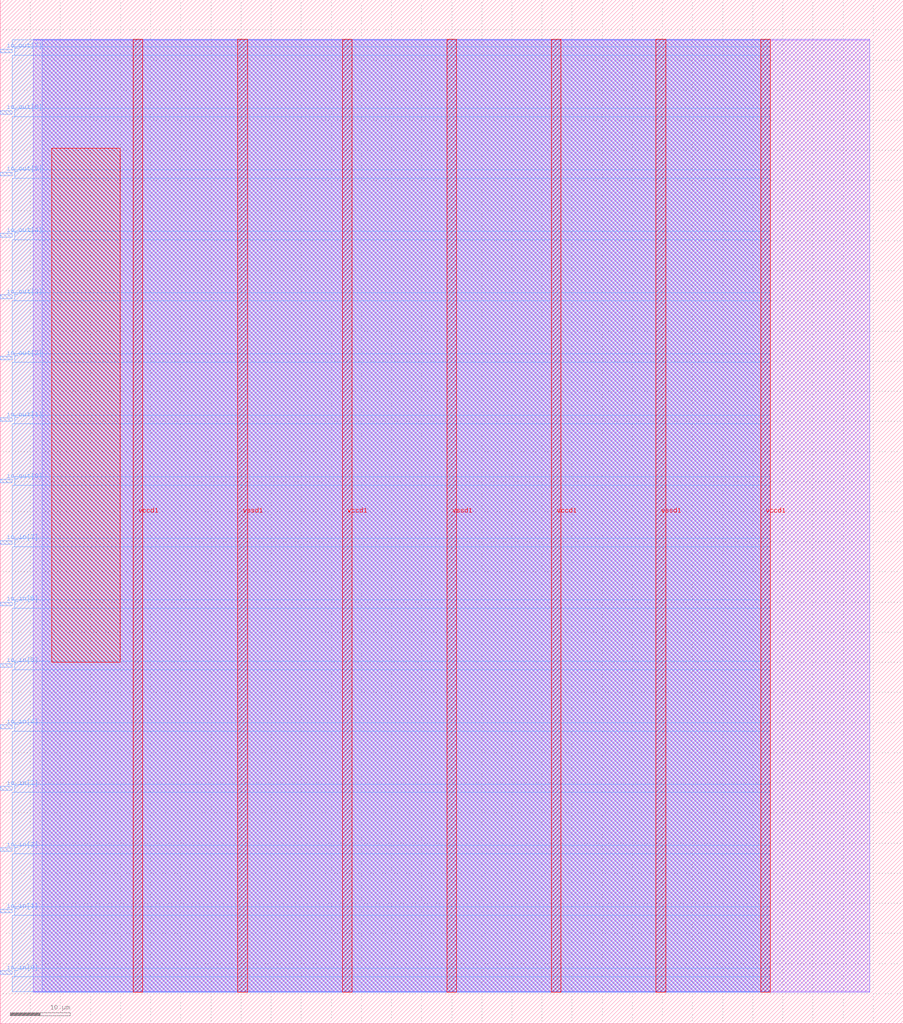
<source format=lef>
VERSION 5.7 ;
  NOWIREEXTENSIONATPIN ON ;
  DIVIDERCHAR "/" ;
  BUSBITCHARS "[]" ;
MACRO user_module_341164910646919762
  CLASS BLOCK ;
  FOREIGN user_module_341164910646919762 ;
  ORIGIN 0.000 0.000 ;
  SIZE 150.000 BY 170.000 ;
  PIN io_in[0]
    DIRECTION INPUT ;
    USE SIGNAL ;
    PORT
      LAYER met3 ;
        RECT 0.000 8.200 2.000 8.800 ;
    END
  END io_in[0]
  PIN io_in[1]
    DIRECTION INPUT ;
    USE SIGNAL ;
    PORT
      LAYER met3 ;
        RECT 0.000 18.400 2.000 19.000 ;
    END
  END io_in[1]
  PIN io_in[2]
    DIRECTION INPUT ;
    USE SIGNAL ;
    PORT
      LAYER met3 ;
        RECT 0.000 28.600 2.000 29.200 ;
    END
  END io_in[2]
  PIN io_in[3]
    DIRECTION INPUT ;
    USE SIGNAL ;
    PORT
      LAYER met3 ;
        RECT 0.000 38.800 2.000 39.400 ;
    END
  END io_in[3]
  PIN io_in[4]
    DIRECTION INPUT ;
    USE SIGNAL ;
    PORT
      LAYER met3 ;
        RECT 0.000 49.000 2.000 49.600 ;
    END
  END io_in[4]
  PIN io_in[5]
    DIRECTION INPUT ;
    USE SIGNAL ;
    PORT
      LAYER met3 ;
        RECT 0.000 59.200 2.000 59.800 ;
    END
  END io_in[5]
  PIN io_in[6]
    DIRECTION INPUT ;
    USE SIGNAL ;
    PORT
      LAYER met3 ;
        RECT 0.000 69.400 2.000 70.000 ;
    END
  END io_in[6]
  PIN io_in[7]
    DIRECTION INPUT ;
    USE SIGNAL ;
    PORT
      LAYER met3 ;
        RECT 0.000 79.600 2.000 80.200 ;
    END
  END io_in[7]
  PIN io_out[0]
    DIRECTION OUTPUT TRISTATE ;
    USE SIGNAL ;
    PORT
      LAYER met3 ;
        RECT 0.000 89.800 2.000 90.400 ;
    END
  END io_out[0]
  PIN io_out[1]
    DIRECTION OUTPUT TRISTATE ;
    USE SIGNAL ;
    PORT
      LAYER met3 ;
        RECT 0.000 100.000 2.000 100.600 ;
    END
  END io_out[1]
  PIN io_out[2]
    DIRECTION OUTPUT TRISTATE ;
    USE SIGNAL ;
    PORT
      LAYER met3 ;
        RECT 0.000 110.200 2.000 110.800 ;
    END
  END io_out[2]
  PIN io_out[3]
    DIRECTION OUTPUT TRISTATE ;
    USE SIGNAL ;
    PORT
      LAYER met3 ;
        RECT 0.000 120.400 2.000 121.000 ;
    END
  END io_out[3]
  PIN io_out[4]
    DIRECTION OUTPUT TRISTATE ;
    USE SIGNAL ;
    PORT
      LAYER met3 ;
        RECT 0.000 130.600 2.000 131.200 ;
    END
  END io_out[4]
  PIN io_out[5]
    DIRECTION OUTPUT TRISTATE ;
    USE SIGNAL ;
    PORT
      LAYER met3 ;
        RECT 0.000 140.800 2.000 141.400 ;
    END
  END io_out[5]
  PIN io_out[6]
    DIRECTION OUTPUT TRISTATE ;
    USE SIGNAL ;
    PORT
      LAYER met3 ;
        RECT 0.000 151.000 2.000 151.600 ;
    END
  END io_out[6]
  PIN io_out[7]
    DIRECTION OUTPUT TRISTATE ;
    USE SIGNAL ;
    PORT
      LAYER met3 ;
        RECT 0.000 161.200 2.000 161.800 ;
    END
  END io_out[7]
  PIN vccd1
    DIRECTION INOUT ;
    USE POWER ;
    PORT
      LAYER met4 ;
        RECT 22.090 5.200 23.690 163.440 ;
    END
    PORT
      LAYER met4 ;
        RECT 56.830 5.200 58.430 163.440 ;
    END
    PORT
      LAYER met4 ;
        RECT 91.570 5.200 93.170 163.440 ;
    END
    PORT
      LAYER met4 ;
        RECT 126.310 5.200 127.910 163.440 ;
    END
  END vccd1
  PIN vssd1
    DIRECTION INOUT ;
    USE GROUND ;
    PORT
      LAYER met4 ;
        RECT 39.460 5.200 41.060 163.440 ;
    END
    PORT
      LAYER met4 ;
        RECT 74.200 5.200 75.800 163.440 ;
    END
    PORT
      LAYER met4 ;
        RECT 108.940 5.200 110.540 163.440 ;
    END
  END vssd1
  OBS
      LAYER li1 ;
        RECT 5.520 5.355 144.440 163.285 ;
      LAYER met1 ;
        RECT 5.520 5.200 144.440 163.440 ;
      LAYER met2 ;
        RECT 6.990 5.255 127.880 163.385 ;
      LAYER met3 ;
        RECT 2.000 162.200 127.900 163.365 ;
        RECT 2.400 160.800 127.900 162.200 ;
        RECT 2.000 152.000 127.900 160.800 ;
        RECT 2.400 150.600 127.900 152.000 ;
        RECT 2.000 141.800 127.900 150.600 ;
        RECT 2.400 140.400 127.900 141.800 ;
        RECT 2.000 131.600 127.900 140.400 ;
        RECT 2.400 130.200 127.900 131.600 ;
        RECT 2.000 121.400 127.900 130.200 ;
        RECT 2.400 120.000 127.900 121.400 ;
        RECT 2.000 111.200 127.900 120.000 ;
        RECT 2.400 109.800 127.900 111.200 ;
        RECT 2.000 101.000 127.900 109.800 ;
        RECT 2.400 99.600 127.900 101.000 ;
        RECT 2.000 90.800 127.900 99.600 ;
        RECT 2.400 89.400 127.900 90.800 ;
        RECT 2.000 80.600 127.900 89.400 ;
        RECT 2.400 79.200 127.900 80.600 ;
        RECT 2.000 70.400 127.900 79.200 ;
        RECT 2.400 69.000 127.900 70.400 ;
        RECT 2.000 60.200 127.900 69.000 ;
        RECT 2.400 58.800 127.900 60.200 ;
        RECT 2.000 50.000 127.900 58.800 ;
        RECT 2.400 48.600 127.900 50.000 ;
        RECT 2.000 39.800 127.900 48.600 ;
        RECT 2.400 38.400 127.900 39.800 ;
        RECT 2.000 29.600 127.900 38.400 ;
        RECT 2.400 28.200 127.900 29.600 ;
        RECT 2.000 19.400 127.900 28.200 ;
        RECT 2.400 18.000 127.900 19.400 ;
        RECT 2.000 9.200 127.900 18.000 ;
        RECT 2.400 7.800 127.900 9.200 ;
        RECT 2.000 5.275 127.900 7.800 ;
      LAYER met4 ;
        RECT 8.575 60.015 19.945 145.345 ;
  END
END user_module_341164910646919762
END LIBRARY


</source>
